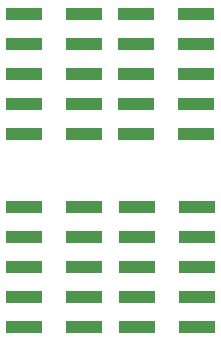
<source format=gbr>
G04 #@! TF.GenerationSoftware,KiCad,Pcbnew,(5.1.4-0-10_14)*
G04 #@! TF.CreationDate,2019-11-29T21:54:42+03:00*
G04 #@! TF.ProjectId,VHClick-rev1,5648436c-6963-46b2-9d72-6576312e6b69,rev?*
G04 #@! TF.SameCoordinates,Original*
G04 #@! TF.FileFunction,Paste,Top*
G04 #@! TF.FilePolarity,Positive*
%FSLAX46Y46*%
G04 Gerber Fmt 4.6, Leading zero omitted, Abs format (unit mm)*
G04 Created by KiCad (PCBNEW (5.1.4-0-10_14)) date 2019-11-29 21:54:42*
%MOMM*%
%LPD*%
G04 APERTURE LIST*
%ADD10R,3.150000X1.000000*%
G04 APERTURE END LIST*
D10*
X144371300Y-92214700D03*
X139321300Y-92214700D03*
X144371300Y-89674700D03*
X139321300Y-89674700D03*
X144371300Y-87134700D03*
X139321300Y-87134700D03*
X144371300Y-84594700D03*
X139321300Y-84594700D03*
X144371300Y-82054700D03*
X139321300Y-82054700D03*
X129720100Y-82059700D03*
X134770100Y-82059700D03*
X129720100Y-84599700D03*
X134770100Y-84599700D03*
X129720100Y-87139700D03*
X134770100Y-87139700D03*
X129720100Y-89679700D03*
X134770100Y-89679700D03*
X129720100Y-92219700D03*
X134770100Y-92219700D03*
X134782800Y-75882500D03*
X129732800Y-75882500D03*
X134782800Y-73342500D03*
X129732800Y-73342500D03*
X134782800Y-70802500D03*
X129732800Y-70802500D03*
X134782800Y-68262500D03*
X129732800Y-68262500D03*
X134782800Y-65722500D03*
X129732800Y-65722500D03*
X139207000Y-65747900D03*
X144257000Y-65747900D03*
X139207000Y-68287900D03*
X144257000Y-68287900D03*
X139207000Y-70827900D03*
X144257000Y-70827900D03*
X139207000Y-73367900D03*
X144257000Y-73367900D03*
X139207000Y-75907900D03*
X144257000Y-75907900D03*
M02*

</source>
